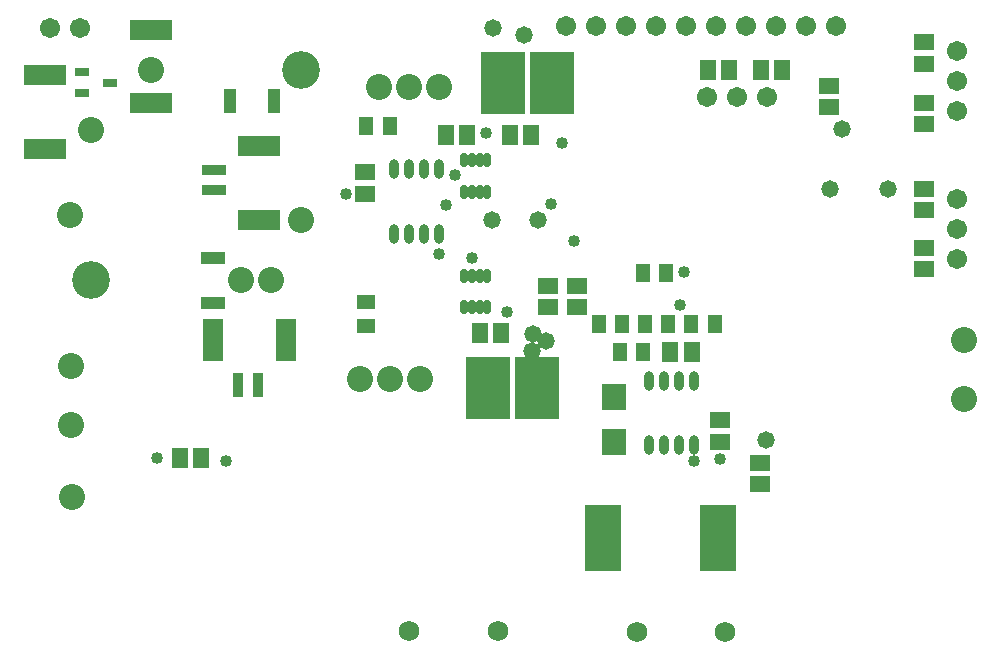
<source format=gts>
G04 Layer_Color=8388736*
%FSLAX25Y25*%
%MOIN*%
G70*
G01*
G75*
%ADD52R,0.14186X0.07099*%
%ADD53R,0.04540X0.03162*%
%ADD54R,0.07887X0.03556*%
%ADD55R,0.03556X0.07887*%
%ADD56R,0.05328X0.06509*%
%ADD57R,0.06509X0.05328*%
%ADD58R,0.03950X0.08280*%
%ADD59R,0.08280X0.03950*%
%ADD60R,0.08280X0.08674*%
%ADD61O,0.02768X0.04934*%
%ADD62O,0.03162X0.06509*%
%ADD63R,0.12217X0.22060*%
%ADD64R,0.06312X0.04540*%
%ADD65R,0.04540X0.06312*%
%ADD66R,0.14579X0.20879*%
%ADD67R,0.07099X0.14186*%
%ADD68C,0.06706*%
%ADD69C,0.08674*%
%ADD70C,0.12611*%
%ADD71C,0.06800*%
%ADD72C,0.05800*%
%ADD73C,0.04001*%
D52*
X272441Y297244D02*
D03*
Y321654D02*
D03*
X307900Y312491D02*
D03*
Y336900D02*
D03*
X343701Y273622D02*
D03*
Y298031D02*
D03*
D53*
X293996Y319291D02*
D03*
X284744Y315748D02*
D03*
Y322835D02*
D03*
D54*
X328740Y283465D02*
D03*
Y290158D02*
D03*
D55*
X336600Y218500D02*
D03*
X343293D02*
D03*
D56*
X487943Y229600D02*
D03*
X480857D02*
D03*
X518110Y323622D02*
D03*
X511024D02*
D03*
X493307D02*
D03*
X500394D02*
D03*
X417323Y235827D02*
D03*
X424409D02*
D03*
X413098Y301681D02*
D03*
X406012D02*
D03*
X317457Y194000D02*
D03*
X324543D02*
D03*
X427357Y301800D02*
D03*
X434443D02*
D03*
D57*
X510630Y185433D02*
D03*
Y192520D02*
D03*
X497244Y206693D02*
D03*
Y199606D02*
D03*
X565354Y257087D02*
D03*
Y264173D02*
D03*
Y283858D02*
D03*
Y276772D02*
D03*
X379134Y289370D02*
D03*
Y282283D02*
D03*
X565354Y305512D02*
D03*
Y312598D02*
D03*
Y332677D02*
D03*
Y325590D02*
D03*
X449700Y244357D02*
D03*
Y251443D02*
D03*
X440200Y244457D02*
D03*
Y251543D02*
D03*
X533800Y311157D02*
D03*
Y318243D02*
D03*
D58*
X348900Y313300D02*
D03*
X333939D02*
D03*
D59*
X328300Y260700D02*
D03*
Y245739D02*
D03*
D60*
X462205Y214567D02*
D03*
Y199606D02*
D03*
D61*
X419882Y254921D02*
D03*
X417323D02*
D03*
X414764D02*
D03*
X412205D02*
D03*
X419882Y244488D02*
D03*
X417323D02*
D03*
X414764D02*
D03*
X412205D02*
D03*
X419877Y293333D02*
D03*
X417318D02*
D03*
X414759D02*
D03*
X412200D02*
D03*
X419877Y282900D02*
D03*
X417318D02*
D03*
X414759D02*
D03*
X412200D02*
D03*
D62*
X388583Y268898D02*
D03*
X393583D02*
D03*
X398583D02*
D03*
X403583D02*
D03*
X388583Y290354D02*
D03*
X393583D02*
D03*
X398583D02*
D03*
X403583D02*
D03*
X488622Y219882D02*
D03*
X483622D02*
D03*
X478622D02*
D03*
X473622D02*
D03*
X488622Y198425D02*
D03*
X483622D02*
D03*
X478622D02*
D03*
X473622D02*
D03*
D63*
X496850Y167323D02*
D03*
X458268D02*
D03*
D64*
X379300Y238163D02*
D03*
Y246037D02*
D03*
D65*
X387402Y304724D02*
D03*
X379528D02*
D03*
X471654Y255906D02*
D03*
X479528D02*
D03*
X456993Y238889D02*
D03*
X464867D02*
D03*
X463963Y229600D02*
D03*
X471837D02*
D03*
X495576Y238889D02*
D03*
X487702D02*
D03*
X472347D02*
D03*
X480221D02*
D03*
D66*
X420079Y217323D02*
D03*
X436291D02*
D03*
X425197Y319291D02*
D03*
X441409D02*
D03*
D67*
X328300Y233400D02*
D03*
X352710D02*
D03*
D68*
X274016Y337402D02*
D03*
X284016D02*
D03*
X446063Y338189D02*
D03*
X456063D02*
D03*
X466063D02*
D03*
X476063D02*
D03*
X486063D02*
D03*
X496063D02*
D03*
X506063D02*
D03*
X516063D02*
D03*
X526063D02*
D03*
X536063D02*
D03*
X576378Y280630D02*
D03*
Y270630D02*
D03*
Y260630D02*
D03*
X492992Y314567D02*
D03*
X502992D02*
D03*
X512992D02*
D03*
X576378Y329842D02*
D03*
Y319843D02*
D03*
Y309842D02*
D03*
D69*
X281102Y205118D02*
D03*
Y224803D02*
D03*
X397300Y220600D02*
D03*
X387300D02*
D03*
X377300D02*
D03*
X403800Y317800D02*
D03*
X393800D02*
D03*
X383800D02*
D03*
X307716Y323465D02*
D03*
X287717Y303465D02*
D03*
X337717Y253465D02*
D03*
X357716Y273465D02*
D03*
X347716Y253465D02*
D03*
X578740Y233465D02*
D03*
Y213780D02*
D03*
X281496Y181102D02*
D03*
X280696Y275002D02*
D03*
D70*
X357716Y323465D02*
D03*
X287717Y253465D02*
D03*
D71*
X469672Y136100D02*
D03*
X499200D02*
D03*
X393772Y136500D02*
D03*
X423300D02*
D03*
D72*
X421700Y337500D02*
D03*
X512598Y200000D02*
D03*
X435039Y235433D02*
D03*
X439370Y233071D02*
D03*
X434646Y229921D02*
D03*
X553543Y283858D02*
D03*
X533943Y283758D02*
D03*
X436843Y273458D02*
D03*
X421358D02*
D03*
X432000Y335000D02*
D03*
X538000Y303900D02*
D03*
D73*
X332700Y193200D02*
D03*
X309700Y194200D02*
D03*
X409100Y288500D02*
D03*
X441000Y278740D02*
D03*
X484000Y245200D02*
D03*
X403700Y262200D02*
D03*
X414800Y260700D02*
D03*
X497500Y193700D02*
D03*
X485433Y256299D02*
D03*
X488583Y193307D02*
D03*
X426378Y242913D02*
D03*
X372835Y282283D02*
D03*
X444882Y299213D02*
D03*
X448600Y266500D02*
D03*
X406083Y278340D02*
D03*
X419500Y302500D02*
D03*
M02*

</source>
